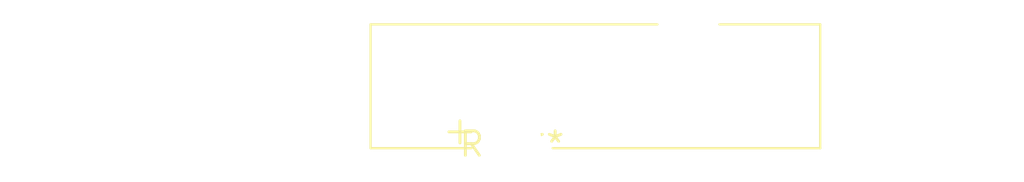
<source format=kicad_pcb>
(kicad_pcb (version 20240108) (generator pcbnew)
  (layers (0 "F.Cu" signal) (31 "B.Cu" signal) (34 "B.Paste" user) (35 "F.Paste" user) (36 "B.SilkS" user "B.Silkscreen") (37 "F.SilkS" user "F.Silkscreen") (38 "B.Mask" user) (39 "F.Mask" user) (44 "Edge.Cuts" user))
  (net 0 "")
  (footprint "Battery_Panasonic_CR2354-VCN_Vertical_CircularHoles" (layer "F.Cu") (at 0 0)
    (property "Reference" "REF**")
    (property "Value" "Battery_Panasonic_CR2354-VCN_Vertical_CircularHoles")
    (fp_line (start -7.335 -6.21) (end -7.335 0.21) (layer "F.SilkS") (stroke (width 0.12)))
    (fp_line (start -7.335 -6.21) (end 7.54 -6.21) (layer "F.SilkS") (stroke (width 0.12)))
    (fp_line (start -7.335 0.21) (end -2.11 0.21) (layer "F.SilkS") (stroke (width 0.12)))
    (fp_line (start 2.11 0.21) (end 15.99184 0.21) (layer "F.SilkS") (stroke (width 0.12)))
    (fp_line (start 10.76 -6.21) (end 15.985 -6.21) (layer "F.SilkS") (stroke (width 0.12)))
    (fp_line (start 15.985 -6.21) (end 15.985 0.21) (layer "F.SilkS") (stroke (width 0.12)))
    (fp_text user "+" (at -2.7 -0.75 0) (layer "F.SilkS") (effects (font (size 1.5 1.5))))
    (pad "1" thru_hole rect (at 0 0) (size 3.7 3.7) (drill 3.12) (layers *.Cu *.Mask) (remove_unused_layers))
    (pad "2" thru_hole circle (at 9.15 -6) (size 2.7 2.7) (drill 2.12) (layers *.Cu *.Mask) (remove_unused_layers))
  )
)
</source>
